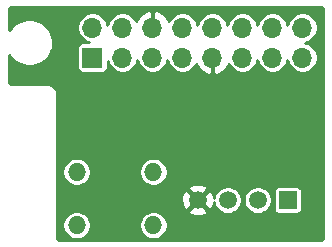
<source format=gbl>
%TF.GenerationSoftware,KiCad,Pcbnew,(5.1.9)-1*%
%TF.CreationDate,2022-01-01T15:49:24-06:00*%
%TF.ProjectId,RaspberryPiHAT,52617370-6265-4727-9279-50694841542e,1*%
%TF.SameCoordinates,Original*%
%TF.FileFunction,Copper,L2,Bot*%
%TF.FilePolarity,Positive*%
%FSLAX46Y46*%
G04 Gerber Fmt 4.6, Leading zero omitted, Abs format (unit mm)*
G04 Created by KiCad (PCBNEW (5.1.9)-1) date 2022-01-01 15:49:24*
%MOMM*%
%LPD*%
G01*
G04 APERTURE LIST*
%TA.AperFunction,ComponentPad*%
%ADD10O,1.700000X1.700000*%
%TD*%
%TA.AperFunction,ComponentPad*%
%ADD11R,1.700000X1.700000*%
%TD*%
%TA.AperFunction,ComponentPad*%
%ADD12O,1.524000X1.524000*%
%TD*%
%TA.AperFunction,ComponentPad*%
%ADD13R,1.500000X1.500000*%
%TD*%
%TA.AperFunction,ComponentPad*%
%ADD14C,1.500000*%
%TD*%
%TA.AperFunction,ViaPad*%
%ADD15C,1.000000*%
%TD*%
%TA.AperFunction,Conductor*%
%ADD16C,0.254000*%
%TD*%
%TA.AperFunction,Conductor*%
%ADD17C,0.100000*%
%TD*%
G04 APERTURE END LIST*
D10*
%TO.P,J1,16*%
%TO.N,Net-(J1-Pad16)*%
X222885000Y-60579000D03*
%TO.P,J1,15*%
%TO.N,Net-(J1-Pad15)*%
X222885000Y-63119000D03*
%TO.P,J1,14*%
%TO.N,Net-(J1-Pad14)*%
X220345000Y-60579000D03*
%TO.P,J1,13*%
%TO.N,Net-(J1-Pad13)*%
X220345000Y-63119000D03*
%TO.P,J1,12*%
%TO.N,Net-(J1-Pad12)*%
X217805000Y-60579000D03*
%TO.P,J1,11*%
%TO.N,Net-(J1-Pad11)*%
X217805000Y-63119000D03*
%TO.P,J1,10*%
%TO.N,Net-(J1-Pad10)*%
X215265000Y-60579000D03*
%TO.P,J1,9*%
%TO.N,GND*%
X215265000Y-63119000D03*
%TO.P,J1,8*%
%TO.N,/button_input*%
X212725000Y-60579000D03*
%TO.P,J1,7*%
%TO.N,Net-(J1-Pad7)*%
X212725000Y-63119000D03*
%TO.P,J1,6*%
%TO.N,GND*%
X210185000Y-60579000D03*
%TO.P,J1,5*%
%TO.N,Net-(J1-Pad5)*%
X210185000Y-63119000D03*
%TO.P,J1,4*%
%TO.N,Net-(J1-Pad4)*%
X207645000Y-60579000D03*
%TO.P,J1,3*%
%TO.N,Net-(J1-Pad3)*%
X207645000Y-63119000D03*
%TO.P,J1,2*%
%TO.N,Net-(J1-Pad2)*%
X205105000Y-60579000D03*
D11*
%TO.P,J1,1*%
%TO.N,/3V3*%
X205105000Y-63119000D03*
%TD*%
D12*
%TO.P,SW1,2*%
%TO.N,/button_input*%
X203758800Y-72798800D03*
X210261200Y-72798800D03*
%TO.P,SW1,1*%
%TO.N,/3V3*%
X203758800Y-77320000D03*
X210261200Y-77320000D03*
%TD*%
D13*
%TO.P,U1,1*%
%TO.N,/3V3*%
X221627500Y-75184000D03*
D14*
%TO.P,U1,2*%
%TO.N,Net-(J1-Pad11)*%
X219087500Y-75184000D03*
%TO.P,U1,3*%
%TO.N,Net-(U1-Pad3)*%
X216547500Y-75184000D03*
%TO.P,U1,4*%
%TO.N,GND*%
X214007500Y-75184000D03*
%TD*%
D15*
%TO.N,GND*%
X212598000Y-70866000D03*
X220169500Y-68277500D03*
%TD*%
D16*
%TO.N,GND*%
X224544893Y-58883078D02*
X224553452Y-58885662D01*
X224561343Y-58889858D01*
X224568268Y-58895506D01*
X224573964Y-58902391D01*
X224578215Y-58910253D01*
X224580859Y-58918794D01*
X224584001Y-58948688D01*
X224584000Y-78463497D01*
X224580921Y-78494896D01*
X224578337Y-78503454D01*
X224574144Y-78511341D01*
X224568494Y-78518268D01*
X224561609Y-78523964D01*
X224553747Y-78528215D01*
X224545206Y-78530859D01*
X224515322Y-78534000D01*
X202206503Y-78534000D01*
X202175104Y-78530921D01*
X202166546Y-78528337D01*
X202158659Y-78524144D01*
X202151732Y-78518494D01*
X202146036Y-78511609D01*
X202141785Y-78503747D01*
X202139141Y-78495206D01*
X202136000Y-78465322D01*
X202136000Y-77202106D01*
X202561800Y-77202106D01*
X202561800Y-77437894D01*
X202607800Y-77669152D01*
X202698032Y-77886992D01*
X202829029Y-78083043D01*
X202995757Y-78249771D01*
X203191808Y-78380768D01*
X203409648Y-78471000D01*
X203640906Y-78517000D01*
X203876694Y-78517000D01*
X204107952Y-78471000D01*
X204325792Y-78380768D01*
X204521843Y-78249771D01*
X204688571Y-78083043D01*
X204819568Y-77886992D01*
X204909800Y-77669152D01*
X204955800Y-77437894D01*
X204955800Y-77202106D01*
X209064200Y-77202106D01*
X209064200Y-77437894D01*
X209110200Y-77669152D01*
X209200432Y-77886992D01*
X209331429Y-78083043D01*
X209498157Y-78249771D01*
X209694208Y-78380768D01*
X209912048Y-78471000D01*
X210143306Y-78517000D01*
X210379094Y-78517000D01*
X210610352Y-78471000D01*
X210828192Y-78380768D01*
X211024243Y-78249771D01*
X211190971Y-78083043D01*
X211321968Y-77886992D01*
X211412200Y-77669152D01*
X211458200Y-77437894D01*
X211458200Y-77202106D01*
X211412200Y-76970848D01*
X211321968Y-76753008D01*
X211190971Y-76556957D01*
X211024243Y-76390229D01*
X210828192Y-76259232D01*
X210610352Y-76169000D01*
X210379094Y-76123000D01*
X210143306Y-76123000D01*
X209912048Y-76169000D01*
X209694208Y-76259232D01*
X209498157Y-76390229D01*
X209331429Y-76556957D01*
X209200432Y-76753008D01*
X209110200Y-76970848D01*
X209064200Y-77202106D01*
X204955800Y-77202106D01*
X204909800Y-76970848D01*
X204819568Y-76753008D01*
X204688571Y-76556957D01*
X204521843Y-76390229D01*
X204325792Y-76259232D01*
X204107952Y-76169000D01*
X203876694Y-76123000D01*
X203640906Y-76123000D01*
X203409648Y-76169000D01*
X203191808Y-76259232D01*
X202995757Y-76390229D01*
X202829029Y-76556957D01*
X202698032Y-76753008D01*
X202607800Y-76970848D01*
X202561800Y-77202106D01*
X202136000Y-77202106D01*
X202136000Y-76108573D01*
X213191821Y-76108573D01*
X213253026Y-76353444D01*
X213495670Y-76478165D01*
X213757984Y-76553150D01*
X214029886Y-76575520D01*
X214300928Y-76544415D01*
X214560694Y-76461031D01*
X214761974Y-76353444D01*
X214823179Y-76108573D01*
X214007500Y-75292894D01*
X213191821Y-76108573D01*
X202136000Y-76108573D01*
X202136000Y-75206386D01*
X212615980Y-75206386D01*
X212647085Y-75477428D01*
X212730469Y-75737194D01*
X212838056Y-75938474D01*
X213082927Y-75999679D01*
X213898606Y-75184000D01*
X214116394Y-75184000D01*
X214932073Y-75999679D01*
X215176944Y-75938474D01*
X215301665Y-75695830D01*
X215376650Y-75433516D01*
X215380239Y-75389892D01*
X215408039Y-75529652D01*
X215497366Y-75745308D01*
X215627050Y-75939394D01*
X215792106Y-76104450D01*
X215986192Y-76234134D01*
X216201848Y-76323461D01*
X216430788Y-76369000D01*
X216664212Y-76369000D01*
X216893152Y-76323461D01*
X217108808Y-76234134D01*
X217302894Y-76104450D01*
X217467950Y-75939394D01*
X217597634Y-75745308D01*
X217686961Y-75529652D01*
X217732500Y-75300712D01*
X217732500Y-75067288D01*
X217902500Y-75067288D01*
X217902500Y-75300712D01*
X217948039Y-75529652D01*
X218037366Y-75745308D01*
X218167050Y-75939394D01*
X218332106Y-76104450D01*
X218526192Y-76234134D01*
X218741848Y-76323461D01*
X218970788Y-76369000D01*
X219204212Y-76369000D01*
X219433152Y-76323461D01*
X219648808Y-76234134D01*
X219842894Y-76104450D01*
X220007950Y-75939394D01*
X220137634Y-75745308D01*
X220226961Y-75529652D01*
X220272500Y-75300712D01*
X220272500Y-75067288D01*
X220226961Y-74838348D01*
X220137634Y-74622692D01*
X220011555Y-74434000D01*
X220440396Y-74434000D01*
X220440396Y-75934000D01*
X220448795Y-76019275D01*
X220473669Y-76101272D01*
X220514061Y-76176842D01*
X220568421Y-76243079D01*
X220634658Y-76297439D01*
X220710228Y-76337831D01*
X220792225Y-76362705D01*
X220877500Y-76371104D01*
X222377500Y-76371104D01*
X222462775Y-76362705D01*
X222544772Y-76337831D01*
X222620342Y-76297439D01*
X222686579Y-76243079D01*
X222740939Y-76176842D01*
X222781331Y-76101272D01*
X222806205Y-76019275D01*
X222814604Y-75934000D01*
X222814604Y-74434000D01*
X222806205Y-74348725D01*
X222781331Y-74266728D01*
X222740939Y-74191158D01*
X222686579Y-74124921D01*
X222620342Y-74070561D01*
X222544772Y-74030169D01*
X222462775Y-74005295D01*
X222377500Y-73996896D01*
X220877500Y-73996896D01*
X220792225Y-74005295D01*
X220710228Y-74030169D01*
X220634658Y-74070561D01*
X220568421Y-74124921D01*
X220514061Y-74191158D01*
X220473669Y-74266728D01*
X220448795Y-74348725D01*
X220440396Y-74434000D01*
X220011555Y-74434000D01*
X220007950Y-74428606D01*
X219842894Y-74263550D01*
X219648808Y-74133866D01*
X219433152Y-74044539D01*
X219204212Y-73999000D01*
X218970788Y-73999000D01*
X218741848Y-74044539D01*
X218526192Y-74133866D01*
X218332106Y-74263550D01*
X218167050Y-74428606D01*
X218037366Y-74622692D01*
X217948039Y-74838348D01*
X217902500Y-75067288D01*
X217732500Y-75067288D01*
X217686961Y-74838348D01*
X217597634Y-74622692D01*
X217467950Y-74428606D01*
X217302894Y-74263550D01*
X217108808Y-74133866D01*
X216893152Y-74044539D01*
X216664212Y-73999000D01*
X216430788Y-73999000D01*
X216201848Y-74044539D01*
X215986192Y-74133866D01*
X215792106Y-74263550D01*
X215627050Y-74428606D01*
X215497366Y-74622692D01*
X215408039Y-74838348D01*
X215378794Y-74985371D01*
X215367915Y-74890572D01*
X215284531Y-74630806D01*
X215176944Y-74429526D01*
X214932073Y-74368321D01*
X214116394Y-75184000D01*
X213898606Y-75184000D01*
X213082927Y-74368321D01*
X212838056Y-74429526D01*
X212713335Y-74672170D01*
X212638350Y-74934484D01*
X212615980Y-75206386D01*
X202136000Y-75206386D01*
X202136000Y-74259427D01*
X213191821Y-74259427D01*
X214007500Y-75075106D01*
X214823179Y-74259427D01*
X214761974Y-74014556D01*
X214519330Y-73889835D01*
X214257016Y-73814850D01*
X213985114Y-73792480D01*
X213714072Y-73823585D01*
X213454306Y-73906969D01*
X213253026Y-74014556D01*
X213191821Y-74259427D01*
X202136000Y-74259427D01*
X202136000Y-72680906D01*
X202561800Y-72680906D01*
X202561800Y-72916694D01*
X202607800Y-73147952D01*
X202698032Y-73365792D01*
X202829029Y-73561843D01*
X202995757Y-73728571D01*
X203191808Y-73859568D01*
X203409648Y-73949800D01*
X203640906Y-73995800D01*
X203876694Y-73995800D01*
X204107952Y-73949800D01*
X204325792Y-73859568D01*
X204521843Y-73728571D01*
X204688571Y-73561843D01*
X204819568Y-73365792D01*
X204909800Y-73147952D01*
X204955800Y-72916694D01*
X204955800Y-72680906D01*
X209064200Y-72680906D01*
X209064200Y-72916694D01*
X209110200Y-73147952D01*
X209200432Y-73365792D01*
X209331429Y-73561843D01*
X209498157Y-73728571D01*
X209694208Y-73859568D01*
X209912048Y-73949800D01*
X210143306Y-73995800D01*
X210379094Y-73995800D01*
X210610352Y-73949800D01*
X210828192Y-73859568D01*
X211024243Y-73728571D01*
X211190971Y-73561843D01*
X211321968Y-73365792D01*
X211412200Y-73147952D01*
X211458200Y-72916694D01*
X211458200Y-72680906D01*
X211412200Y-72449648D01*
X211321968Y-72231808D01*
X211190971Y-72035757D01*
X211024243Y-71869029D01*
X210828192Y-71738032D01*
X210610352Y-71647800D01*
X210379094Y-71601800D01*
X210143306Y-71601800D01*
X209912048Y-71647800D01*
X209694208Y-71738032D01*
X209498157Y-71869029D01*
X209331429Y-72035757D01*
X209200432Y-72231808D01*
X209110200Y-72449648D01*
X209064200Y-72680906D01*
X204955800Y-72680906D01*
X204909800Y-72449648D01*
X204819568Y-72231808D01*
X204688571Y-72035757D01*
X204521843Y-71869029D01*
X204325792Y-71738032D01*
X204107952Y-71647800D01*
X203876694Y-71601800D01*
X203640906Y-71601800D01*
X203409648Y-71647800D01*
X203191808Y-71738032D01*
X202995757Y-71869029D01*
X202829029Y-72035757D01*
X202698032Y-72231808D01*
X202607800Y-72449648D01*
X202561800Y-72680906D01*
X202136000Y-72680906D01*
X202136000Y-66271410D01*
X202134073Y-66251841D01*
X202134094Y-66248761D01*
X202133468Y-66242368D01*
X202123104Y-66143767D01*
X202114724Y-66102944D01*
X202106908Y-66061974D01*
X202105052Y-66055825D01*
X202075734Y-65961115D01*
X202059572Y-65922668D01*
X202043960Y-65884028D01*
X202040945Y-65878356D01*
X201993790Y-65791144D01*
X201970467Y-65756566D01*
X201947646Y-65721692D01*
X201943587Y-65716715D01*
X201880390Y-65640323D01*
X201850843Y-65610982D01*
X201821637Y-65581158D01*
X201816688Y-65577064D01*
X201739857Y-65514402D01*
X201705131Y-65491330D01*
X201670729Y-65467775D01*
X201665079Y-65464720D01*
X201577540Y-65418175D01*
X201539012Y-65402295D01*
X201500675Y-65385864D01*
X201494539Y-65383964D01*
X201399626Y-65355308D01*
X201358760Y-65347217D01*
X201317948Y-65338542D01*
X201311560Y-65337870D01*
X201212889Y-65328195D01*
X201212875Y-65328195D01*
X201190590Y-65326000D01*
X198142503Y-65326000D01*
X198111104Y-65322921D01*
X198102546Y-65320337D01*
X198094659Y-65316144D01*
X198087732Y-65310494D01*
X198082036Y-65303609D01*
X198077785Y-65295747D01*
X198075141Y-65287206D01*
X198072000Y-65257322D01*
X198072000Y-62896002D01*
X198221887Y-63120324D01*
X198499676Y-63398113D01*
X198826321Y-63616370D01*
X199189270Y-63766708D01*
X199574574Y-63843350D01*
X199967426Y-63843350D01*
X200352730Y-63766708D01*
X200715679Y-63616370D01*
X201042324Y-63398113D01*
X201320113Y-63120324D01*
X201538370Y-62793679D01*
X201688708Y-62430730D01*
X201720878Y-62269000D01*
X203817896Y-62269000D01*
X203817896Y-63969000D01*
X203826295Y-64054275D01*
X203851169Y-64136272D01*
X203891561Y-64211842D01*
X203945921Y-64278079D01*
X204012158Y-64332439D01*
X204087728Y-64372831D01*
X204169725Y-64397705D01*
X204255000Y-64406104D01*
X205955000Y-64406104D01*
X206040275Y-64397705D01*
X206122272Y-64372831D01*
X206197842Y-64332439D01*
X206264079Y-64278079D01*
X206318439Y-64211842D01*
X206358831Y-64136272D01*
X206383705Y-64054275D01*
X206392104Y-63969000D01*
X206392104Y-63406962D01*
X206409381Y-63493821D01*
X206506247Y-63727676D01*
X206646875Y-63938140D01*
X206825860Y-64117125D01*
X207036324Y-64257753D01*
X207270179Y-64354619D01*
X207518439Y-64404000D01*
X207771561Y-64404000D01*
X208019821Y-64354619D01*
X208253676Y-64257753D01*
X208464140Y-64117125D01*
X208643125Y-63938140D01*
X208783753Y-63727676D01*
X208880619Y-63493821D01*
X208915000Y-63320973D01*
X208949381Y-63493821D01*
X209046247Y-63727676D01*
X209186875Y-63938140D01*
X209365860Y-64117125D01*
X209576324Y-64257753D01*
X209810179Y-64354619D01*
X210058439Y-64404000D01*
X210311561Y-64404000D01*
X210559821Y-64354619D01*
X210793676Y-64257753D01*
X211004140Y-64117125D01*
X211183125Y-63938140D01*
X211323753Y-63727676D01*
X211420619Y-63493821D01*
X211455000Y-63320973D01*
X211489381Y-63493821D01*
X211586247Y-63727676D01*
X211726875Y-63938140D01*
X211905860Y-64117125D01*
X212116324Y-64257753D01*
X212350179Y-64354619D01*
X212598439Y-64404000D01*
X212851561Y-64404000D01*
X213099821Y-64354619D01*
X213333676Y-64257753D01*
X213544140Y-64117125D01*
X213723125Y-63938140D01*
X213863753Y-63727676D01*
X213888613Y-63667658D01*
X213900309Y-63704534D01*
X214040763Y-63959521D01*
X214228264Y-64182207D01*
X214455606Y-64364035D01*
X214714053Y-64498017D01*
X214956955Y-64571698D01*
X215188000Y-64443013D01*
X215188000Y-63196000D01*
X215168000Y-63196000D01*
X215168000Y-63042000D01*
X215188000Y-63042000D01*
X215188000Y-63022000D01*
X215342000Y-63022000D01*
X215342000Y-63042000D01*
X215362000Y-63042000D01*
X215362000Y-63196000D01*
X215342000Y-63196000D01*
X215342000Y-64443013D01*
X215573045Y-64571698D01*
X215815947Y-64498017D01*
X216074394Y-64364035D01*
X216301736Y-64182207D01*
X216489237Y-63959521D01*
X216629691Y-63704534D01*
X216641387Y-63667658D01*
X216666247Y-63727676D01*
X216806875Y-63938140D01*
X216985860Y-64117125D01*
X217196324Y-64257753D01*
X217430179Y-64354619D01*
X217678439Y-64404000D01*
X217931561Y-64404000D01*
X218179821Y-64354619D01*
X218413676Y-64257753D01*
X218624140Y-64117125D01*
X218803125Y-63938140D01*
X218943753Y-63727676D01*
X219040619Y-63493821D01*
X219075000Y-63320973D01*
X219109381Y-63493821D01*
X219206247Y-63727676D01*
X219346875Y-63938140D01*
X219525860Y-64117125D01*
X219736324Y-64257753D01*
X219970179Y-64354619D01*
X220218439Y-64404000D01*
X220471561Y-64404000D01*
X220719821Y-64354619D01*
X220953676Y-64257753D01*
X221164140Y-64117125D01*
X221343125Y-63938140D01*
X221483753Y-63727676D01*
X221580619Y-63493821D01*
X221615000Y-63320973D01*
X221649381Y-63493821D01*
X221746247Y-63727676D01*
X221886875Y-63938140D01*
X222065860Y-64117125D01*
X222276324Y-64257753D01*
X222510179Y-64354619D01*
X222758439Y-64404000D01*
X223011561Y-64404000D01*
X223259821Y-64354619D01*
X223493676Y-64257753D01*
X223704140Y-64117125D01*
X223883125Y-63938140D01*
X224023753Y-63727676D01*
X224120619Y-63493821D01*
X224170000Y-63245561D01*
X224170000Y-62992439D01*
X224120619Y-62744179D01*
X224023753Y-62510324D01*
X223883125Y-62299860D01*
X223704140Y-62120875D01*
X223493676Y-61980247D01*
X223259821Y-61883381D01*
X223086973Y-61849000D01*
X223259821Y-61814619D01*
X223493676Y-61717753D01*
X223704140Y-61577125D01*
X223883125Y-61398140D01*
X224023753Y-61187676D01*
X224120619Y-60953821D01*
X224170000Y-60705561D01*
X224170000Y-60452439D01*
X224120619Y-60204179D01*
X224023753Y-59970324D01*
X223883125Y-59759860D01*
X223704140Y-59580875D01*
X223493676Y-59440247D01*
X223259821Y-59343381D01*
X223011561Y-59294000D01*
X222758439Y-59294000D01*
X222510179Y-59343381D01*
X222276324Y-59440247D01*
X222065860Y-59580875D01*
X221886875Y-59759860D01*
X221746247Y-59970324D01*
X221649381Y-60204179D01*
X221615000Y-60377027D01*
X221580619Y-60204179D01*
X221483753Y-59970324D01*
X221343125Y-59759860D01*
X221164140Y-59580875D01*
X220953676Y-59440247D01*
X220719821Y-59343381D01*
X220471561Y-59294000D01*
X220218439Y-59294000D01*
X219970179Y-59343381D01*
X219736324Y-59440247D01*
X219525860Y-59580875D01*
X219346875Y-59759860D01*
X219206247Y-59970324D01*
X219109381Y-60204179D01*
X219075000Y-60377027D01*
X219040619Y-60204179D01*
X218943753Y-59970324D01*
X218803125Y-59759860D01*
X218624140Y-59580875D01*
X218413676Y-59440247D01*
X218179821Y-59343381D01*
X217931561Y-59294000D01*
X217678439Y-59294000D01*
X217430179Y-59343381D01*
X217196324Y-59440247D01*
X216985860Y-59580875D01*
X216806875Y-59759860D01*
X216666247Y-59970324D01*
X216569381Y-60204179D01*
X216535000Y-60377027D01*
X216500619Y-60204179D01*
X216403753Y-59970324D01*
X216263125Y-59759860D01*
X216084140Y-59580875D01*
X215873676Y-59440247D01*
X215639821Y-59343381D01*
X215391561Y-59294000D01*
X215138439Y-59294000D01*
X214890179Y-59343381D01*
X214656324Y-59440247D01*
X214445860Y-59580875D01*
X214266875Y-59759860D01*
X214126247Y-59970324D01*
X214029381Y-60204179D01*
X213995000Y-60377027D01*
X213960619Y-60204179D01*
X213863753Y-59970324D01*
X213723125Y-59759860D01*
X213544140Y-59580875D01*
X213333676Y-59440247D01*
X213099821Y-59343381D01*
X212851561Y-59294000D01*
X212598439Y-59294000D01*
X212350179Y-59343381D01*
X212116324Y-59440247D01*
X211905860Y-59580875D01*
X211726875Y-59759860D01*
X211586247Y-59970324D01*
X211561387Y-60030342D01*
X211549691Y-59993466D01*
X211409237Y-59738479D01*
X211221736Y-59515793D01*
X210994394Y-59333965D01*
X210735947Y-59199983D01*
X210493045Y-59126302D01*
X210262000Y-59254987D01*
X210262000Y-60502000D01*
X210282000Y-60502000D01*
X210282000Y-60656000D01*
X210262000Y-60656000D01*
X210262000Y-60676000D01*
X210108000Y-60676000D01*
X210108000Y-60656000D01*
X210088000Y-60656000D01*
X210088000Y-60502000D01*
X210108000Y-60502000D01*
X210108000Y-59254987D01*
X209876955Y-59126302D01*
X209634053Y-59199983D01*
X209375606Y-59333965D01*
X209148264Y-59515793D01*
X208960763Y-59738479D01*
X208820309Y-59993466D01*
X208808613Y-60030342D01*
X208783753Y-59970324D01*
X208643125Y-59759860D01*
X208464140Y-59580875D01*
X208253676Y-59440247D01*
X208019821Y-59343381D01*
X207771561Y-59294000D01*
X207518439Y-59294000D01*
X207270179Y-59343381D01*
X207036324Y-59440247D01*
X206825860Y-59580875D01*
X206646875Y-59759860D01*
X206506247Y-59970324D01*
X206409381Y-60204179D01*
X206375000Y-60377027D01*
X206340619Y-60204179D01*
X206243753Y-59970324D01*
X206103125Y-59759860D01*
X205924140Y-59580875D01*
X205713676Y-59440247D01*
X205479821Y-59343381D01*
X205231561Y-59294000D01*
X204978439Y-59294000D01*
X204730179Y-59343381D01*
X204496324Y-59440247D01*
X204285860Y-59580875D01*
X204106875Y-59759860D01*
X203966247Y-59970324D01*
X203869381Y-60204179D01*
X203820000Y-60452439D01*
X203820000Y-60705561D01*
X203869381Y-60953821D01*
X203966247Y-61187676D01*
X204106875Y-61398140D01*
X204285860Y-61577125D01*
X204496324Y-61717753D01*
X204730179Y-61814619D01*
X204817038Y-61831896D01*
X204255000Y-61831896D01*
X204169725Y-61840295D01*
X204087728Y-61865169D01*
X204012158Y-61905561D01*
X203945921Y-61959921D01*
X203891561Y-62026158D01*
X203851169Y-62101728D01*
X203826295Y-62183725D01*
X203817896Y-62269000D01*
X201720878Y-62269000D01*
X201765350Y-62045426D01*
X201765350Y-61652574D01*
X201688708Y-61267270D01*
X201538370Y-60904321D01*
X201320113Y-60577676D01*
X201042324Y-60299887D01*
X200715679Y-60081630D01*
X200352730Y-59931292D01*
X199967426Y-59854650D01*
X199574574Y-59854650D01*
X199189270Y-59931292D01*
X198826321Y-60081630D01*
X198499676Y-60299887D01*
X198221887Y-60577676D01*
X198072000Y-60801998D01*
X198072000Y-58950501D01*
X198075078Y-58919107D01*
X198077662Y-58910548D01*
X198081858Y-58902657D01*
X198087506Y-58895732D01*
X198094391Y-58890036D01*
X198102253Y-58885785D01*
X198110794Y-58883141D01*
X198140678Y-58880000D01*
X224513499Y-58880000D01*
X224544893Y-58883078D01*
%TA.AperFunction,Conductor*%
D17*
G36*
X224544893Y-58883078D02*
G01*
X224553452Y-58885662D01*
X224561343Y-58889858D01*
X224568268Y-58895506D01*
X224573964Y-58902391D01*
X224578215Y-58910253D01*
X224580859Y-58918794D01*
X224584001Y-58948688D01*
X224584000Y-78463497D01*
X224580921Y-78494896D01*
X224578337Y-78503454D01*
X224574144Y-78511341D01*
X224568494Y-78518268D01*
X224561609Y-78523964D01*
X224553747Y-78528215D01*
X224545206Y-78530859D01*
X224515322Y-78534000D01*
X202206503Y-78534000D01*
X202175104Y-78530921D01*
X202166546Y-78528337D01*
X202158659Y-78524144D01*
X202151732Y-78518494D01*
X202146036Y-78511609D01*
X202141785Y-78503747D01*
X202139141Y-78495206D01*
X202136000Y-78465322D01*
X202136000Y-77202106D01*
X202561800Y-77202106D01*
X202561800Y-77437894D01*
X202607800Y-77669152D01*
X202698032Y-77886992D01*
X202829029Y-78083043D01*
X202995757Y-78249771D01*
X203191808Y-78380768D01*
X203409648Y-78471000D01*
X203640906Y-78517000D01*
X203876694Y-78517000D01*
X204107952Y-78471000D01*
X204325792Y-78380768D01*
X204521843Y-78249771D01*
X204688571Y-78083043D01*
X204819568Y-77886992D01*
X204909800Y-77669152D01*
X204955800Y-77437894D01*
X204955800Y-77202106D01*
X209064200Y-77202106D01*
X209064200Y-77437894D01*
X209110200Y-77669152D01*
X209200432Y-77886992D01*
X209331429Y-78083043D01*
X209498157Y-78249771D01*
X209694208Y-78380768D01*
X209912048Y-78471000D01*
X210143306Y-78517000D01*
X210379094Y-78517000D01*
X210610352Y-78471000D01*
X210828192Y-78380768D01*
X211024243Y-78249771D01*
X211190971Y-78083043D01*
X211321968Y-77886992D01*
X211412200Y-77669152D01*
X211458200Y-77437894D01*
X211458200Y-77202106D01*
X211412200Y-76970848D01*
X211321968Y-76753008D01*
X211190971Y-76556957D01*
X211024243Y-76390229D01*
X210828192Y-76259232D01*
X210610352Y-76169000D01*
X210379094Y-76123000D01*
X210143306Y-76123000D01*
X209912048Y-76169000D01*
X209694208Y-76259232D01*
X209498157Y-76390229D01*
X209331429Y-76556957D01*
X209200432Y-76753008D01*
X209110200Y-76970848D01*
X209064200Y-77202106D01*
X204955800Y-77202106D01*
X204909800Y-76970848D01*
X204819568Y-76753008D01*
X204688571Y-76556957D01*
X204521843Y-76390229D01*
X204325792Y-76259232D01*
X204107952Y-76169000D01*
X203876694Y-76123000D01*
X203640906Y-76123000D01*
X203409648Y-76169000D01*
X203191808Y-76259232D01*
X202995757Y-76390229D01*
X202829029Y-76556957D01*
X202698032Y-76753008D01*
X202607800Y-76970848D01*
X202561800Y-77202106D01*
X202136000Y-77202106D01*
X202136000Y-76108573D01*
X213191821Y-76108573D01*
X213253026Y-76353444D01*
X213495670Y-76478165D01*
X213757984Y-76553150D01*
X214029886Y-76575520D01*
X214300928Y-76544415D01*
X214560694Y-76461031D01*
X214761974Y-76353444D01*
X214823179Y-76108573D01*
X214007500Y-75292894D01*
X213191821Y-76108573D01*
X202136000Y-76108573D01*
X202136000Y-75206386D01*
X212615980Y-75206386D01*
X212647085Y-75477428D01*
X212730469Y-75737194D01*
X212838056Y-75938474D01*
X213082927Y-75999679D01*
X213898606Y-75184000D01*
X214116394Y-75184000D01*
X214932073Y-75999679D01*
X215176944Y-75938474D01*
X215301665Y-75695830D01*
X215376650Y-75433516D01*
X215380239Y-75389892D01*
X215408039Y-75529652D01*
X215497366Y-75745308D01*
X215627050Y-75939394D01*
X215792106Y-76104450D01*
X215986192Y-76234134D01*
X216201848Y-76323461D01*
X216430788Y-76369000D01*
X216664212Y-76369000D01*
X216893152Y-76323461D01*
X217108808Y-76234134D01*
X217302894Y-76104450D01*
X217467950Y-75939394D01*
X217597634Y-75745308D01*
X217686961Y-75529652D01*
X217732500Y-75300712D01*
X217732500Y-75067288D01*
X217902500Y-75067288D01*
X217902500Y-75300712D01*
X217948039Y-75529652D01*
X218037366Y-75745308D01*
X218167050Y-75939394D01*
X218332106Y-76104450D01*
X218526192Y-76234134D01*
X218741848Y-76323461D01*
X218970788Y-76369000D01*
X219204212Y-76369000D01*
X219433152Y-76323461D01*
X219648808Y-76234134D01*
X219842894Y-76104450D01*
X220007950Y-75939394D01*
X220137634Y-75745308D01*
X220226961Y-75529652D01*
X220272500Y-75300712D01*
X220272500Y-75067288D01*
X220226961Y-74838348D01*
X220137634Y-74622692D01*
X220011555Y-74434000D01*
X220440396Y-74434000D01*
X220440396Y-75934000D01*
X220448795Y-76019275D01*
X220473669Y-76101272D01*
X220514061Y-76176842D01*
X220568421Y-76243079D01*
X220634658Y-76297439D01*
X220710228Y-76337831D01*
X220792225Y-76362705D01*
X220877500Y-76371104D01*
X222377500Y-76371104D01*
X222462775Y-76362705D01*
X222544772Y-76337831D01*
X222620342Y-76297439D01*
X222686579Y-76243079D01*
X222740939Y-76176842D01*
X222781331Y-76101272D01*
X222806205Y-76019275D01*
X222814604Y-75934000D01*
X222814604Y-74434000D01*
X222806205Y-74348725D01*
X222781331Y-74266728D01*
X222740939Y-74191158D01*
X222686579Y-74124921D01*
X222620342Y-74070561D01*
X222544772Y-74030169D01*
X222462775Y-74005295D01*
X222377500Y-73996896D01*
X220877500Y-73996896D01*
X220792225Y-74005295D01*
X220710228Y-74030169D01*
X220634658Y-74070561D01*
X220568421Y-74124921D01*
X220514061Y-74191158D01*
X220473669Y-74266728D01*
X220448795Y-74348725D01*
X220440396Y-74434000D01*
X220011555Y-74434000D01*
X220007950Y-74428606D01*
X219842894Y-74263550D01*
X219648808Y-74133866D01*
X219433152Y-74044539D01*
X219204212Y-73999000D01*
X218970788Y-73999000D01*
X218741848Y-74044539D01*
X218526192Y-74133866D01*
X218332106Y-74263550D01*
X218167050Y-74428606D01*
X218037366Y-74622692D01*
X217948039Y-74838348D01*
X217902500Y-75067288D01*
X217732500Y-75067288D01*
X217686961Y-74838348D01*
X217597634Y-74622692D01*
X217467950Y-74428606D01*
X217302894Y-74263550D01*
X217108808Y-74133866D01*
X216893152Y-74044539D01*
X216664212Y-73999000D01*
X216430788Y-73999000D01*
X216201848Y-74044539D01*
X215986192Y-74133866D01*
X215792106Y-74263550D01*
X215627050Y-74428606D01*
X215497366Y-74622692D01*
X215408039Y-74838348D01*
X215378794Y-74985371D01*
X215367915Y-74890572D01*
X215284531Y-74630806D01*
X215176944Y-74429526D01*
X214932073Y-74368321D01*
X214116394Y-75184000D01*
X213898606Y-75184000D01*
X213082927Y-74368321D01*
X212838056Y-74429526D01*
X212713335Y-74672170D01*
X212638350Y-74934484D01*
X212615980Y-75206386D01*
X202136000Y-75206386D01*
X202136000Y-74259427D01*
X213191821Y-74259427D01*
X214007500Y-75075106D01*
X214823179Y-74259427D01*
X214761974Y-74014556D01*
X214519330Y-73889835D01*
X214257016Y-73814850D01*
X213985114Y-73792480D01*
X213714072Y-73823585D01*
X213454306Y-73906969D01*
X213253026Y-74014556D01*
X213191821Y-74259427D01*
X202136000Y-74259427D01*
X202136000Y-72680906D01*
X202561800Y-72680906D01*
X202561800Y-72916694D01*
X202607800Y-73147952D01*
X202698032Y-73365792D01*
X202829029Y-73561843D01*
X202995757Y-73728571D01*
X203191808Y-73859568D01*
X203409648Y-73949800D01*
X203640906Y-73995800D01*
X203876694Y-73995800D01*
X204107952Y-73949800D01*
X204325792Y-73859568D01*
X204521843Y-73728571D01*
X204688571Y-73561843D01*
X204819568Y-73365792D01*
X204909800Y-73147952D01*
X204955800Y-72916694D01*
X204955800Y-72680906D01*
X209064200Y-72680906D01*
X209064200Y-72916694D01*
X209110200Y-73147952D01*
X209200432Y-73365792D01*
X209331429Y-73561843D01*
X209498157Y-73728571D01*
X209694208Y-73859568D01*
X209912048Y-73949800D01*
X210143306Y-73995800D01*
X210379094Y-73995800D01*
X210610352Y-73949800D01*
X210828192Y-73859568D01*
X211024243Y-73728571D01*
X211190971Y-73561843D01*
X211321968Y-73365792D01*
X211412200Y-73147952D01*
X211458200Y-72916694D01*
X211458200Y-72680906D01*
X211412200Y-72449648D01*
X211321968Y-72231808D01*
X211190971Y-72035757D01*
X211024243Y-71869029D01*
X210828192Y-71738032D01*
X210610352Y-71647800D01*
X210379094Y-71601800D01*
X210143306Y-71601800D01*
X209912048Y-71647800D01*
X209694208Y-71738032D01*
X209498157Y-71869029D01*
X209331429Y-72035757D01*
X209200432Y-72231808D01*
X209110200Y-72449648D01*
X209064200Y-72680906D01*
X204955800Y-72680906D01*
X204909800Y-72449648D01*
X204819568Y-72231808D01*
X204688571Y-72035757D01*
X204521843Y-71869029D01*
X204325792Y-71738032D01*
X204107952Y-71647800D01*
X203876694Y-71601800D01*
X203640906Y-71601800D01*
X203409648Y-71647800D01*
X203191808Y-71738032D01*
X202995757Y-71869029D01*
X202829029Y-72035757D01*
X202698032Y-72231808D01*
X202607800Y-72449648D01*
X202561800Y-72680906D01*
X202136000Y-72680906D01*
X202136000Y-66271410D01*
X202134073Y-66251841D01*
X202134094Y-66248761D01*
X202133468Y-66242368D01*
X202123104Y-66143767D01*
X202114724Y-66102944D01*
X202106908Y-66061974D01*
X202105052Y-66055825D01*
X202075734Y-65961115D01*
X202059572Y-65922668D01*
X202043960Y-65884028D01*
X202040945Y-65878356D01*
X201993790Y-65791144D01*
X201970467Y-65756566D01*
X201947646Y-65721692D01*
X201943587Y-65716715D01*
X201880390Y-65640323D01*
X201850843Y-65610982D01*
X201821637Y-65581158D01*
X201816688Y-65577064D01*
X201739857Y-65514402D01*
X201705131Y-65491330D01*
X201670729Y-65467775D01*
X201665079Y-65464720D01*
X201577540Y-65418175D01*
X201539012Y-65402295D01*
X201500675Y-65385864D01*
X201494539Y-65383964D01*
X201399626Y-65355308D01*
X201358760Y-65347217D01*
X201317948Y-65338542D01*
X201311560Y-65337870D01*
X201212889Y-65328195D01*
X201212875Y-65328195D01*
X201190590Y-65326000D01*
X198142503Y-65326000D01*
X198111104Y-65322921D01*
X198102546Y-65320337D01*
X198094659Y-65316144D01*
X198087732Y-65310494D01*
X198082036Y-65303609D01*
X198077785Y-65295747D01*
X198075141Y-65287206D01*
X198072000Y-65257322D01*
X198072000Y-62896002D01*
X198221887Y-63120324D01*
X198499676Y-63398113D01*
X198826321Y-63616370D01*
X199189270Y-63766708D01*
X199574574Y-63843350D01*
X199967426Y-63843350D01*
X200352730Y-63766708D01*
X200715679Y-63616370D01*
X201042324Y-63398113D01*
X201320113Y-63120324D01*
X201538370Y-62793679D01*
X201688708Y-62430730D01*
X201720878Y-62269000D01*
X203817896Y-62269000D01*
X203817896Y-63969000D01*
X203826295Y-64054275D01*
X203851169Y-64136272D01*
X203891561Y-64211842D01*
X203945921Y-64278079D01*
X204012158Y-64332439D01*
X204087728Y-64372831D01*
X204169725Y-64397705D01*
X204255000Y-64406104D01*
X205955000Y-64406104D01*
X206040275Y-64397705D01*
X206122272Y-64372831D01*
X206197842Y-64332439D01*
X206264079Y-64278079D01*
X206318439Y-64211842D01*
X206358831Y-64136272D01*
X206383705Y-64054275D01*
X206392104Y-63969000D01*
X206392104Y-63406962D01*
X206409381Y-63493821D01*
X206506247Y-63727676D01*
X206646875Y-63938140D01*
X206825860Y-64117125D01*
X207036324Y-64257753D01*
X207270179Y-64354619D01*
X207518439Y-64404000D01*
X207771561Y-64404000D01*
X208019821Y-64354619D01*
X208253676Y-64257753D01*
X208464140Y-64117125D01*
X208643125Y-63938140D01*
X208783753Y-63727676D01*
X208880619Y-63493821D01*
X208915000Y-63320973D01*
X208949381Y-63493821D01*
X209046247Y-63727676D01*
X209186875Y-63938140D01*
X209365860Y-64117125D01*
X209576324Y-64257753D01*
X209810179Y-64354619D01*
X210058439Y-64404000D01*
X210311561Y-64404000D01*
X210559821Y-64354619D01*
X210793676Y-64257753D01*
X211004140Y-64117125D01*
X211183125Y-63938140D01*
X211323753Y-63727676D01*
X211420619Y-63493821D01*
X211455000Y-63320973D01*
X211489381Y-63493821D01*
X211586247Y-63727676D01*
X211726875Y-63938140D01*
X211905860Y-64117125D01*
X212116324Y-64257753D01*
X212350179Y-64354619D01*
X212598439Y-64404000D01*
X212851561Y-64404000D01*
X213099821Y-64354619D01*
X213333676Y-64257753D01*
X213544140Y-64117125D01*
X213723125Y-63938140D01*
X213863753Y-63727676D01*
X213888613Y-63667658D01*
X213900309Y-63704534D01*
X214040763Y-63959521D01*
X214228264Y-64182207D01*
X214455606Y-64364035D01*
X214714053Y-64498017D01*
X214956955Y-64571698D01*
X215188000Y-64443013D01*
X215188000Y-63196000D01*
X215168000Y-63196000D01*
X215168000Y-63042000D01*
X215188000Y-63042000D01*
X215188000Y-63022000D01*
X215342000Y-63022000D01*
X215342000Y-63042000D01*
X215362000Y-63042000D01*
X215362000Y-63196000D01*
X215342000Y-63196000D01*
X215342000Y-64443013D01*
X215573045Y-64571698D01*
X215815947Y-64498017D01*
X216074394Y-64364035D01*
X216301736Y-64182207D01*
X216489237Y-63959521D01*
X216629691Y-63704534D01*
X216641387Y-63667658D01*
X216666247Y-63727676D01*
X216806875Y-63938140D01*
X216985860Y-64117125D01*
X217196324Y-64257753D01*
X217430179Y-64354619D01*
X217678439Y-64404000D01*
X217931561Y-64404000D01*
X218179821Y-64354619D01*
X218413676Y-64257753D01*
X218624140Y-64117125D01*
X218803125Y-63938140D01*
X218943753Y-63727676D01*
X219040619Y-63493821D01*
X219075000Y-63320973D01*
X219109381Y-63493821D01*
X219206247Y-63727676D01*
X219346875Y-63938140D01*
X219525860Y-64117125D01*
X219736324Y-64257753D01*
X219970179Y-64354619D01*
X220218439Y-64404000D01*
X220471561Y-64404000D01*
X220719821Y-64354619D01*
X220953676Y-64257753D01*
X221164140Y-64117125D01*
X221343125Y-63938140D01*
X221483753Y-63727676D01*
X221580619Y-63493821D01*
X221615000Y-63320973D01*
X221649381Y-63493821D01*
X221746247Y-63727676D01*
X221886875Y-63938140D01*
X222065860Y-64117125D01*
X222276324Y-64257753D01*
X222510179Y-64354619D01*
X222758439Y-64404000D01*
X223011561Y-64404000D01*
X223259821Y-64354619D01*
X223493676Y-64257753D01*
X223704140Y-64117125D01*
X223883125Y-63938140D01*
X224023753Y-63727676D01*
X224120619Y-63493821D01*
X224170000Y-63245561D01*
X224170000Y-62992439D01*
X224120619Y-62744179D01*
X224023753Y-62510324D01*
X223883125Y-62299860D01*
X223704140Y-62120875D01*
X223493676Y-61980247D01*
X223259821Y-61883381D01*
X223086973Y-61849000D01*
X223259821Y-61814619D01*
X223493676Y-61717753D01*
X223704140Y-61577125D01*
X223883125Y-61398140D01*
X224023753Y-61187676D01*
X224120619Y-60953821D01*
X224170000Y-60705561D01*
X224170000Y-60452439D01*
X224120619Y-60204179D01*
X224023753Y-59970324D01*
X223883125Y-59759860D01*
X223704140Y-59580875D01*
X223493676Y-59440247D01*
X223259821Y-59343381D01*
X223011561Y-59294000D01*
X222758439Y-59294000D01*
X222510179Y-59343381D01*
X222276324Y-59440247D01*
X222065860Y-59580875D01*
X221886875Y-59759860D01*
X221746247Y-59970324D01*
X221649381Y-60204179D01*
X221615000Y-60377027D01*
X221580619Y-60204179D01*
X221483753Y-59970324D01*
X221343125Y-59759860D01*
X221164140Y-59580875D01*
X220953676Y-59440247D01*
X220719821Y-59343381D01*
X220471561Y-59294000D01*
X220218439Y-59294000D01*
X219970179Y-59343381D01*
X219736324Y-59440247D01*
X219525860Y-59580875D01*
X219346875Y-59759860D01*
X219206247Y-59970324D01*
X219109381Y-60204179D01*
X219075000Y-60377027D01*
X219040619Y-60204179D01*
X218943753Y-59970324D01*
X218803125Y-59759860D01*
X218624140Y-59580875D01*
X218413676Y-59440247D01*
X218179821Y-59343381D01*
X217931561Y-59294000D01*
X217678439Y-59294000D01*
X217430179Y-59343381D01*
X217196324Y-59440247D01*
X216985860Y-59580875D01*
X216806875Y-59759860D01*
X216666247Y-59970324D01*
X216569381Y-60204179D01*
X216535000Y-60377027D01*
X216500619Y-60204179D01*
X216403753Y-59970324D01*
X216263125Y-59759860D01*
X216084140Y-59580875D01*
X215873676Y-59440247D01*
X215639821Y-59343381D01*
X215391561Y-59294000D01*
X215138439Y-59294000D01*
X214890179Y-59343381D01*
X214656324Y-59440247D01*
X214445860Y-59580875D01*
X214266875Y-59759860D01*
X214126247Y-59970324D01*
X214029381Y-60204179D01*
X213995000Y-60377027D01*
X213960619Y-60204179D01*
X213863753Y-59970324D01*
X213723125Y-59759860D01*
X213544140Y-59580875D01*
X213333676Y-59440247D01*
X213099821Y-59343381D01*
X212851561Y-59294000D01*
X212598439Y-59294000D01*
X212350179Y-59343381D01*
X212116324Y-59440247D01*
X211905860Y-59580875D01*
X211726875Y-59759860D01*
X211586247Y-59970324D01*
X211561387Y-60030342D01*
X211549691Y-59993466D01*
X211409237Y-59738479D01*
X211221736Y-59515793D01*
X210994394Y-59333965D01*
X210735947Y-59199983D01*
X210493045Y-59126302D01*
X210262000Y-59254987D01*
X210262000Y-60502000D01*
X210282000Y-60502000D01*
X210282000Y-60656000D01*
X210262000Y-60656000D01*
X210262000Y-60676000D01*
X210108000Y-60676000D01*
X210108000Y-60656000D01*
X210088000Y-60656000D01*
X210088000Y-60502000D01*
X210108000Y-60502000D01*
X210108000Y-59254987D01*
X209876955Y-59126302D01*
X209634053Y-59199983D01*
X209375606Y-59333965D01*
X209148264Y-59515793D01*
X208960763Y-59738479D01*
X208820309Y-59993466D01*
X208808613Y-60030342D01*
X208783753Y-59970324D01*
X208643125Y-59759860D01*
X208464140Y-59580875D01*
X208253676Y-59440247D01*
X208019821Y-59343381D01*
X207771561Y-59294000D01*
X207518439Y-59294000D01*
X207270179Y-59343381D01*
X207036324Y-59440247D01*
X206825860Y-59580875D01*
X206646875Y-59759860D01*
X206506247Y-59970324D01*
X206409381Y-60204179D01*
X206375000Y-60377027D01*
X206340619Y-60204179D01*
X206243753Y-59970324D01*
X206103125Y-59759860D01*
X205924140Y-59580875D01*
X205713676Y-59440247D01*
X205479821Y-59343381D01*
X205231561Y-59294000D01*
X204978439Y-59294000D01*
X204730179Y-59343381D01*
X204496324Y-59440247D01*
X204285860Y-59580875D01*
X204106875Y-59759860D01*
X203966247Y-59970324D01*
X203869381Y-60204179D01*
X203820000Y-60452439D01*
X203820000Y-60705561D01*
X203869381Y-60953821D01*
X203966247Y-61187676D01*
X204106875Y-61398140D01*
X204285860Y-61577125D01*
X204496324Y-61717753D01*
X204730179Y-61814619D01*
X204817038Y-61831896D01*
X204255000Y-61831896D01*
X204169725Y-61840295D01*
X204087728Y-61865169D01*
X204012158Y-61905561D01*
X203945921Y-61959921D01*
X203891561Y-62026158D01*
X203851169Y-62101728D01*
X203826295Y-62183725D01*
X203817896Y-62269000D01*
X201720878Y-62269000D01*
X201765350Y-62045426D01*
X201765350Y-61652574D01*
X201688708Y-61267270D01*
X201538370Y-60904321D01*
X201320113Y-60577676D01*
X201042324Y-60299887D01*
X200715679Y-60081630D01*
X200352730Y-59931292D01*
X199967426Y-59854650D01*
X199574574Y-59854650D01*
X199189270Y-59931292D01*
X198826321Y-60081630D01*
X198499676Y-60299887D01*
X198221887Y-60577676D01*
X198072000Y-60801998D01*
X198072000Y-58950501D01*
X198075078Y-58919107D01*
X198077662Y-58910548D01*
X198081858Y-58902657D01*
X198087506Y-58895732D01*
X198094391Y-58890036D01*
X198102253Y-58885785D01*
X198110794Y-58883141D01*
X198140678Y-58880000D01*
X224513499Y-58880000D01*
X224544893Y-58883078D01*
G37*
%TD.AperFunction*%
%TD*%
M02*

</source>
